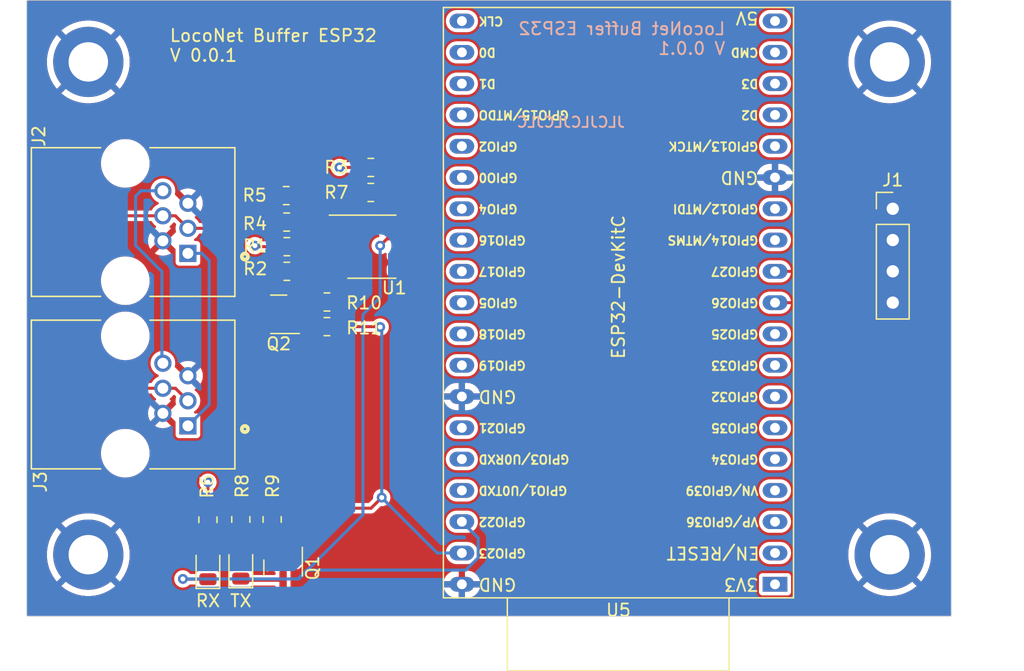
<source format=kicad_pcb>
(kicad_pcb (version 20221018) (generator pcbnew)
  (layers (0 "F.Cu" signal) (1 "In1.Cu" signal) (2 "In2.Cu" signal) (31 "B.Cu" signal) (34 "B.Paste" user) (35 "F.Paste" user) (36 "B.SilkS" user "B.Silkscreen") (37 "F.SilkS" user "F.Silkscreen") (38 "B.Mask" user) (39 "F.Mask" user) (44 "Edge.Cuts" user))
  (net 0 "")
  (net 1 "GND")
  (net 2 "+5V")
  (net 3 "+3.3V")
  (net 4 "Net-(J2-Pad1)")
  (net 5 "/LocoNet/loconet")
  (net 6 "Net-(J2-Pad6)")
  (net 7 "/LnRx")
  (net 8 "Net-(D1-A)")
  (net 9 "Net-(D2-K)")
  (net 10 "Net-(D2-A)")
  (net 11 "Net-(Q1-B)")
  (net 12 "Net-(Q2-B)")
  (net 13 "Net-(Q2-E)")
  (net 14 "Net-(U1--)")
  (net 15 "Net-(U1-+)")
  (net 16 "/LnTx")
  (net 48 "/SCL")
  (net 49 "/SDA")
  (footprint "LED_SMD:LED_0805_2012Metric" (layer "F.Cu") (at 44.704 116.055 90)
    (fp_text reference "D1" hide)
    (fp_text value "LED")
    (fp_line (start -1.685 -0.96) (end -1.685 0.96) (stroke (width 0.12)) (layer "F.SilkS"))
    (fp_line (start -1.685 0.96) (end 1 0.96) (stroke (width 0.12)) (layer "F.SilkS"))
    (fp_line (start 1 -0.96) (end -1.685 -0.96) (stroke (width 0.12)) (layer "F.SilkS"))
    (pad "1" smd roundrect (at -0.9375 0 90) (size 0.975 1.4) (layers "F.Cu" "F.Paste" "F.Mask") (net 7 "/LnRx"))
    (pad "2" smd roundrect (at 0.9375 0 90) (size 0.975 1.4) (layers "F.Cu" "F.Paste" "F.Mask") (net 8 "Net-(D1-A)"))
  )
  (footprint "LocoNetInterface:AMPHENOL_RJE0166001" (layer "F.Cu") (at 38 88 -90)
    (fp_text reference "J2" (at -6.974 7.012 -90) (layer "F.SilkS") (effects (font (size 1.000992 1.000992))))
    (fp_text value "RJ12")
    (fp_line (start -6.035 -8.89) (end 6.035 -8.89) (stroke (width 0.127)) (layer "F.SilkS"))
    (fp_line (start -6.035 -2) (end -6.035 -8.89) (stroke (width 0.127)) (layer "F.SilkS"))
    (fp_line (start -6.035 7.62) (end -6.035 2) (stroke (width 0.127)) (layer "F.SilkS"))
    (fp_line (start 6.035 -8.89) (end 6.035 -2) (stroke (width 0.127)) (layer "F.SilkS"))
    (fp_line (start 6.035 2) (end 6.035 7.62) (stroke (width 0.127)) (layer "F.SilkS"))
    (fp_line (start 6.035 7.62) (end -6.035 7.62) (stroke (width 0.127)) (layer "F.SilkS"))
    (fp_circle (center 2.8 -9.7) (end 2.9 -9.7) (stroke (width 0.3)) (fill none) (layer "F.SilkS"))
    (pad "" np_thru_hole circle (at -4.7625 0 270) (size 3.45 3.45) (drill 3.45) (layers "*.Cu" "*.Mask"))
    (pad "" np_thru_hole circle (at 4.7625 0 270) (size 3.45 3.45) (drill 3.45) (layers "*.Cu" "*.Mask"))
    (pad "1" thru_hole rect (at 2.54 -5.08 270) (size 1.398 1.398) (drill 0.89) (layers "*.Cu" "*.Mask") (net 4 "Net-(J2-Pad1)"))
    (pad "2" thru_hole circle (at 1.524 -3.05 270) (size 1.398 1.398) (drill 0.89) (layers "*.Cu" "*.Mask") (net 1 "GND"))
    (pad "3" thru_hole circle (at 0.508 -5.08 270) (size 1.398 1.398) (drill 0.89) (layers "*.Cu" "*.Mask") (net 5 "/LocoNet/loconet"))
    (pad "4" thru_hole circle (at -0.508 -3.048 270) (size 1.398 1.398) (drill 0.89) (layers "*.Cu" "*.Mask") (net 5 "/LocoNet/loconet"))
    (pad "5" thru_hole circle (at -1.524 -5.08 270) (size 1.398 1.398) (drill 0.89) (layers "*.Cu" "*.Mask") (net 1 "GND"))
    (pad "6" thru_hole circle (at -2.54 -3.05 270) (size 1.398 1.398) (drill 0.89) (layers "*.Cu" "*.Mask") (net 6 "Net-(J2-Pad6)"))
  )
  (footprint "LocoNetInterface:AMPHENOL_RJE0166001" (layer "F.Cu") (at 38 102 -90)
    (fp_text reference "J3" (at 7.093 6.885 -90) (layer "F.SilkS") (effects (font (size 1.000992 1.000992))))
    (fp_text value "RJ12")
    (fp_line (start -6.035 -8.89) (end 6.035 -8.89) (stroke (width 0.127)) (layer "F.SilkS"))
    (fp_line (start -6.035 -2) (end -6.035 -8.89) (stroke (width 0.127)) (layer "F.SilkS"))
    (fp_line (start -6.035 7.62) (end -6.035 2) (stroke (width 0.127)) (layer "F.SilkS"))
    (fp_line (start 6.035 -8.89) (end 6.035 -2) (stroke (width 0.127)) (layer "F.SilkS"))
    (fp_line (start 6.035 2) (end 6.035 7.62) (stroke (width 0.127)) (layer "F.SilkS"))
    (fp_line (start 6.035 7.62) (end -6.035 7.62) (stroke (width 0.127)) (layer "F.SilkS"))
    (fp_circle (center 2.8 -9.7) (end 2.9 -9.7) (stroke (width 0.3)) (fill none) (layer "F.SilkS"))
    (pad "" np_thru_hole circle (at -4.7625 0 270) (size 3.45 3.45) (drill 3.45) (layers "*.Cu" "*.Mask"))
    (pad "" np_thru_hole circle (at 4.7625 0 270) (size 3.45 3.45) (drill 3.45) (layers "*.Cu" "*.Mask"))
    (pad "1" thru_hole rect (at 2.54 -5.08 270) (size 1.398 1.398) (drill 0.89) (layers "*.Cu" "*.Mask") (net 4 "Net-(J2-Pad1)"))
    (pad "2" thru_hole circle (at 1.524 -3.05 270) (size 1.398 1.398) (drill 0.89) (layers "*.Cu" "*.Mask") (net 1 "GND"))
    (pad "3" thru_hole circle (at 0.508 -5.08 270) (size 1.398 1.398) (drill 0.89) (layers "*.Cu" "*.Mask") (net 5 "/LocoNet/loconet"))
    (pad "4" thru_hole circle (at -0.508 -3.048 270) (size 1.398 1.398) (drill 0.89) (layers "*.Cu" "*.Mask") (net 5 "/LocoNet/loconet"))
    (pad "5" thru_hole circle (at -1.524 -5.08 270) (size 1.398 1.398) (drill 0.89) (layers "*.Cu" "*.Mask") (net 1 "GND"))
    (pad "6" thru_hole circle (at -2.54 -3.05 270) (size 1.398 1.398) (drill 0.89) (layers "*.Cu" "*.Mask") (net 6 "Net-(J2-Pad6)"))
  )
  (footprint "Resistor_SMD:R_0805_2012Metric" (layer "F.Cu") (at 51.1048 89.9978)
    (fp_text reference "R1" (at -2.5735 -0.052) (layer "F.SilkS"))
    (fp_text value "10K (5%)")
    (fp_line (start -0.227064 -0.735) (end 0.227064 -0.735) (stroke (width 0.12)) (layer "F.SilkS"))
    (fp_line (start -0.227064 0.735) (end 0.227064 0.735) (stroke (width 0.12)) (layer "F.SilkS"))
    (pad "1" smd roundrect (at -0.9125 0) (size 1.025 1.4) (layers "F.Cu" "F.Paste" "F.Mask") (roundrect_rratio 0.243902) (net 3 "+3.3V"))
    (pad "2" smd roundrect (at 0.9125 0) (size 1.025 1.4) (layers "F.Cu" "F.Paste" "F.Mask") (roundrect_rratio 0.243902) (net 14 "Net-(U1--)"))
  )
  (footprint "Resistor_SMD:R_0805_2012Metric" (layer "F.Cu") (at 51.1048 91.9988 180)
    (fp_text reference "R2" (at 2.5635 0.2032) (layer "F.SilkS"))
    (fp_text value "22K")
    (fp_line (start -0.227064 -0.735) (end 0.227064 -0.735) (stroke (width 0.12)) (layer "F.SilkS"))
    (fp_line (start -0.227064 0.735) (end 0.227064 0.735) (stroke (width 0.12)) (layer "F.SilkS"))
    (pad "1" smd roundrect (at -0.9125 0 180) (size 1.025 1.4) (layers "F.Cu" "F.Paste" "F.Mask") (roundrect_rratio 0.243902) (net 14 "Net-(U1--)"))
    (pad "2" smd roundrect (at 0.9125 0 180) (size 1.025 1.4) (layers "F.Cu" "F.Paste" "F.Mask") (roundrect_rratio 0.243902) (net 1 "GND"))
  )
  (footprint "Resistor_SMD:R_0805_2012Metric" (layer "F.Cu") (at 57.912 83.566 180)
    (fp_text reference "R3" (at 2.794 0) (layer "F.SilkS"))
    (fp_text value "1K")
    (fp_line (start -0.227064 -0.735) (end 0.227064 -0.735) (stroke (width 0.12)) (layer "F.SilkS"))
    (fp_line (start -0.227064 0.735) (end 0.227064 0.735) (stroke (width 0.12)) (layer "F.SilkS"))
    (pad "1" smd roundrect (at -0.9125 0 180) (size 1.025 1.4) (layers "F.Cu" "F.Paste" "F.Mask") (roundrect_rratio 0.243902) (net 7 "/LnRx"))
    (pad "2" smd roundrect (at 0.9125 0 180) (size 1.025 1.4) (layers "F.Cu" "F.Paste" "F.Mask") (roundrect_rratio 0.243902) (net 3 "+3.3V"))
  )
  (footprint "Resistor_SMD:R_0805_2012Metric" (layer "F.Cu") (at 51.0875 88)
    (fp_text reference "R4" (at -2.5735 0.138) (layer "F.SilkS"))
    (fp_text value "47K")
    (fp_line (start -0.227064 -0.735) (end 0.227064 -0.735) (stroke (width 0.12)) (layer "F.SilkS"))
    (fp_line (start -0.227064 0.735) (end 0.227064 0.735) (stroke (width 0.12)) (layer "F.SilkS"))
    (pad "1" smd roundrect (at -0.9125 0) (size 1.025 1.4) (layers "F.Cu" "F.Paste" "F.Mask") (roundrect_rratio 0.243902) (net 5 "/LocoNet/loconet"))
    (pad "2" smd roundrect (at 0.9125 0) (size 1.025 1.4) (layers "F.Cu" "F.Paste" "F.Mask") (roundrect_rratio 0.243902) (net 15 "Net-(U1-+)"))
  )
  (footprint "Resistor_SMD:R_0805_2012Metric" (layer "F.Cu") (at 51.054 85.852 180)
    (fp_text reference "R5" (at 2.5654 0.0254) (layer "F.SilkS"))
    (fp_text value "150K")
    (fp_line (start -0.227064 -0.735) (end 0.227064 -0.735) (stroke (width 0.12)) (layer "F.SilkS"))
    (fp_line (start -0.227064 0.735) (end 0.227064 0.735) (stroke (width 0.12)) (layer "F.SilkS"))
    (pad "1" smd roundrect (at -0.9125 0 180) (size 1.025 1.4) (layers "F.Cu" "F.Paste" "F.Mask") (roundrect_rratio 0.243902) (net 15 "Net-(U1-+)"))
    (pad "2" smd roundrect (at 0.9125 0 180) (size 1.025 1.4) (layers "F.Cu" "F.Paste" "F.Mask") (roundrect_rratio 0.243902) (net 1 "GND"))
  )
  (footprint "Resistor_SMD:R_0805_2012Metric" (layer "F.Cu") (at 44.704 112.1665 90)
    (fp_text reference "R6" (at 2.7085 -0.072 90) (layer "F.SilkS"))
    (fp_text value "470")
    (fp_line (start -0.227064 -0.735) (end 0.227064 -0.735) (stroke (width 0.12)) (layer "F.SilkS"))
    (fp_line (start -0.227064 0.735) (end 0.227064 0.735) (stroke (width 0.12)) (layer "F.SilkS"))
    (pad "1" smd roundrect (at -0.9125 0 90) (size 1.025 1.4) (layers "F.Cu" "F.Paste" "F.Mask") (roundrect_rratio 0.243902) (net 8 "Net-(D1-A)"))
    (pad "2" smd roundrect (at 0.9125 0 90) (size 1.025 1.4) (layers "F.Cu" "F.Paste" "F.Mask") (roundrect_rratio 0.243902) (net 3 "+3.3V"))
  )
  (footprint "Resistor_SMD:R_0805_2012Metric" (layer "F.Cu") (at 57.9125 85.598 180)
    (fp_text reference "R7" (at 2.7945 0) (layer "F.SilkS"))
    (fp_text value "220K")
    (fp_line (start -0.227064 -0.735) (end 0.227064 -0.735) (stroke (width 0.12)) (layer "F.SilkS"))
    (fp_line (start -0.227064 0.735) (end 0.227064 0.735) (stroke (width 0.12)) (layer "F.SilkS"))
    (pad "1" smd roundrect (at -0.9125 0 180) (size 1.025 1.4) (layers "F.Cu" "F.Paste" "F.Mask") (roundrect_rratio 0.243902) (net 7 "/LnRx"))
    (pad "2" smd roundrect (at 0.9125 0 180) (size 1.025 1.4) (layers "F.Cu" "F.Paste" "F.Mask") (roundrect_rratio 0.243902) (net 15 "Net-(U1-+)"))
  )
  (footprint "Resistor_SMD:R_0805_2012Metric" (layer "F.Cu") (at 47.371 112.141 90)
    (fp_text reference "R8" (at 2.7085 0.102 90) (layer "F.SilkS"))
    (fp_text value "470")
    (fp_line (start -0.227064 -0.735) (end 0.227064 -0.735) (stroke (width 0.12)) (layer "F.SilkS"))
    (fp_line (start -0.227064 0.735) (end 0.227064 0.735) (stroke (width 0.12)) (layer "F.SilkS"))
    (pad "1" smd roundrect (at -0.9125 0 90) (size 1.025 1.4) (layers "F.Cu" "F.Paste" "F.Mask") (roundrect_rratio 0.243902) (net 10 "Net-(D2-A)"))
    (pad "2" smd roundrect (at 0.9125 0 90) (size 1.025 1.4) (layers "F.Cu" "F.Paste" "F.Mask") (roundrect_rratio 0.243902) (net 3 "+3.3V"))
  )
  (footprint "Resistor_SMD:R_0805_2012Metric" (layer "F.Cu") (at 49.911 112.141 -90)
    (fp_text reference "R9" (at -2.7085 -0.038 90) (layer "F.SilkS"))
    (fp_text value "4.7K")
    (fp_line (start -0.227064 -0.735) (end 0.227064 -0.735) (stroke (width 0.12)) (layer "F.SilkS"))
    (fp_line (start -0.227064 0.735) (end 0.227064 0.735) (stroke (width 0.12)) (layer "F.SilkS"))
    (pad "1" smd roundrect (at -0.9125 0 270) (size 1.025 1.4) (layers "F.Cu" "F.Paste" "F.Mask") (roundrect_rratio 0.243902) (net 16 "/LnTx"))
    (pad "2" smd roundrect (at 0.9125 0 270) (size 1.025 1.4) (layers "F.Cu" "F.Paste" "F.Mask") (roundrect_rratio 0.243902) (net 11 "Net-(Q1-B)"))
  )
  (footprint "Resistor_SMD:R_0805_2012Metric" (layer "F.Cu") (at 54.356 94.488 180)
    (fp_text reference "R10" (at -3.0155 -0.076) (layer "F.SilkS"))
    (fp_text value "47")
    (fp_line (start -0.227064 -0.735) (end 0.227064 -0.735) (stroke (width 0.12)) (layer "F.SilkS"))
    (fp_line (start -0.227064 0.735) (end 0.227064 0.735) (stroke (width 0.12)) (layer "F.SilkS"))
    (pad "1" smd roundrect (at -0.9125 0 180) (size 1.025 1.4) (layers "F.Cu" "F.Paste" "F.Mask") (roundrect_rratio 0.243902) (net 1 "GND"))
    (pad "2" smd roundrect (at 0.9125 0 180) (size 1.025 1.4) (layers "F.Cu" "F.Paste" "F.Mask") (roundrect_rratio 0.243902) (net 13 "Net-(Q2-E)"))
  )
  (footprint "Resistor_SMD:R_0805_2012Metric" (layer "F.Cu") (at 54.356 96.488 180)
    (fp_text reference "R11" (at -3.0155 -0.108) (layer "F.SilkS"))
    (fp_text value "4.7K")
    (fp_line (start -0.227064 -0.735) (end 0.227064 -0.735) (stroke (width 0.12)) (layer "F.SilkS"))
    (fp_line (start -0.227064 0.735) (end 0.227064 0.735) (stroke (width 0.12)) (layer "F.SilkS"))
    (pad "1" smd roundrect (at -0.9125 0 180) (size 1.025 1.4) (layers "F.Cu" "F.Paste" "F.Mask") (roundrect_rratio 0.243902) (net 16 "/LnTx"))
    (pad "2" smd roundrect (at 0.9125 0 180) (size 1.025 1.4) (layers "F.Cu" "F.Paste" "F.Mask") (roundrect_rratio 0.243902) (net 12 "Net-(Q2-B)"))
  )
  (footprint "Package_SO:SOIC-8_3.9x4.9mm_P1.27mm" (layer "F.Cu") (at 58 90)
    (fp_text reference "U1" (at 1.817 3.345) (layer "F.SilkS"))
    (fp_text value "LM311")
    (fp_line (start 0 -2.56) (end -3.45 -2.56) (stroke (width 0.12)) (layer "F.SilkS"))
    (fp_line (start 0 -2.56) (end 1.95 -2.56) (stroke (width 0.12)) (layer "F.SilkS"))
    (fp_line (start 0 2.56) (end -1.95 2.56) (stroke (width 0.12)) (layer "F.SilkS"))
    (fp_line (start 0 2.56) (end 1.95 2.56) (stroke (width 0.12)) (layer "F.SilkS"))
    (pad "1" smd roundrect (at -2.475 -1.905) (size 1.95 0.6) (layers "F.Cu" "F.Paste" "F.Mask") (net 1 "GND"))
    (pad "2" smd roundrect (at -2.475 -0.635) (size 1.95 0.6) (layers "F.Cu" "F.Paste" "F.Mask") (net 15 "Net-(U1-+)"))
    (pad "3" smd roundrect (at -2.475 0.635) (size 1.95 0.6) (layers "F.Cu" "F.Paste" "F.Mask") (net 14 "Net-(U1--)"))
    (pad "4" smd roundrect (at -2.475 1.905) (size 1.95 0.6) (layers "F.Cu" "F.Paste" "F.Mask") (net 1 "GND"))
    (pad "5" smd roundrect (at 2.475 1.905) (size 1.95 0.6) (layers "F.Cu" "F.Paste" "F.Mask"))
    (pad "6" smd roundrect (at 2.475 0.635) (size 1.95 0.6) (layers "F.Cu" "F.Paste" "F.Mask"))
    (pad "7" smd roundrect (at 2.475 -0.635) (size 1.95 0.6) (layers "F.Cu" "F.Paste" "F.Mask") (net 7 "/LnRx"))
    (pad "8" smd roundrect (at 2.475 -1.905) (size 1.95 0.6) (layers "F.Cu" "F.Paste" "F.Mask") (net 3 "+3.3V"))
  )
  (footprint "MountingHole:MountingHole_3.2mm_M3_ISO7380_Pad" (layer "F.Cu") (at 35 75)
    (fp_text reference "H1" hide)
    (fp_text value "MountingHole_Pad")
    (pad "1" thru_hole circle (at 0 0) (size 5.7 5.7) (drill 3.2) (layers "*.Cu" "*.Mask") (net 1 "GND"))
  )
  (footprint "MountingHole:MountingHole_3.2mm_M3_ISO7380_Pad" (layer "F.Cu") (at 35 115)
    (fp_text reference "H2" hide)
    (fp_text value "MountingHole_Pad")
    (pad "1" thru_hole circle (at 0 0) (size 5.7 5.7) (drill 3.2) (layers "*.Cu" "*.Mask") (net 1 "GND"))
  )
  (footprint "MountingHole:MountingHole_3.2mm_M3_ISO7380_Pad" (layer "F.Cu") (at 100 115)
    (fp_text reference "H3" hide)
    (fp_text value "MountingHole_Pad")
    (pad "1" thru_hole circle (at 0 0) (size 5.7 5.7) (drill 3.2) (layers "*.Cu" "*.Mask") (net 1 "GND"))
  )
  (footprint "MountingHole:MountingHole_3.2mm_M3_ISO7380_Pad" (layer "F.Cu") (at 100 75)
    (fp_text reference "H4" hide)
    (fp_text value "MountingHole_Pad")
    (pad "1" thru_hole circle (at 0 0) (size 5.7 5.7) (drill 3.2) (layers "*.Cu" "*.Mask") (net 1 "GND"))
  )
  (footprint "LED_SMD:LED_0805_2012Metric" (layer "F.Cu") (at 47.371 115.9995 90)
    (fp_text reference "D2" hide)
    (fp_text value "LED")
    (fp_line (start -1.685 -0.96) (end -1.685 0.96) (stroke (width 0.12)) (layer "F.SilkS"))
    (fp_line (start -1.685 0.96) (end 1 0.96) (stroke (width 0.12)) (layer "F.SilkS"))
    (fp_line (start 1 -0.96) (end -1.685 -0.96) (stroke (width 0.12)) (layer "F.SilkS"))
    (pad "1" smd roundrect (at -0.9375 0 90) (size 0.975 1.4) (layers "F.Cu" "F.Paste" "F.Mask") (net 9 "Net-(D2-K)"))
    (pad "2" smd roundrect (at 0.9375 0 90) (size 0.975 1.4) (layers "F.Cu" "F.Paste" "F.Mask") (net 10 "Net-(D2-A)"))
  )
  (footprint "Package_TO_SOT_SMD:SOT-23" (layer "F.Cu") (at 50.8 116.078 -90)
    (fp_text reference "Q1" (at 0 -2.4 -90) (layer "F.SilkS"))
    (fp_text value "SS8050")
    (fp_line (start 0 -1.56) (end -1.675 -1.56) (stroke (width 0.12)) (layer "F.SilkS"))
    (fp_line (start 0 -1.56) (end 0.65 -1.56) (stroke (width 0.12)) (layer "F.SilkS"))
    (fp_line (start 0 1.56) (end -0.65 1.56) (stroke (width 0.12)) (layer "F.SilkS"))
    (fp_line (start 0 1.56) (end 0.65 1.56) (stroke (width 0.12)) (layer "F.SilkS"))
    (pad "1" smd roundrect (at -0.9375 -0.95 270) (size 1.475 0.6) (layers "F.Cu" "F.Paste" "F.Mask") (net 11 "Net-(Q1-B)"))
    (pad "2" smd roundrect (at -0.9375 0.95 270) (size 1.475 0.6) (layers "F.Cu" "F.Paste" "F.Mask") (net 1 "GND"))
    (pad "3" smd roundrect (at 0.9375 0 270) (size 1.475 0.6) (layers "F.Cu" "F.Paste" "F.Mask") (net 9 "Net-(D2-K)"))
  )
  (footprint "Package_TO_SOT_SMD:SOT-23" (layer "F.Cu") (at 50.4435 95.488 180)
    (fp_text reference "Q2" (at 0 -2.4 180) (layer "F.SilkS"))
    (fp_text value "SS8050")
    (fp_line (start 0 -1.56) (end -1.675 -1.56) (stroke (width 0.12)) (layer "F.SilkS"))
    (fp_line (start 0 -1.56) (end 0.65 -1.56) (stroke (width 0.12)) (layer "F.SilkS"))
    (fp_line (start 0 1.56) (end -0.65 1.56) (stroke (width 0.12)) (layer "F.SilkS"))
    (fp_line (start 0 1.56) (end 0.65 1.56) (stroke (width 0.12)) (layer "F.SilkS"))
    (pad "1" smd roundrect (at -0.9375 -0.95 180) (size 1.475 0.6) (layers "F.Cu" "F.Paste" "F.Mask") (net 12 "Net-(Q2-B)"))
    (pad "2" smd roundrect (at -0.9375 0.95 180) (size 1.475 0.6) (layers "F.Cu" "F.Paste" "F.Mask") (net 13 "Net-(Q2-E)"))
    (pad "3" smd roundrect (at 0.9375 0 180) (size 1.475 0.6) (layers "F.Cu" "F.Paste" "F.Mask") (net 5 "/LocoNet/loconet"))
  )
  (footprint "Espressif:ESP32-DevKitC" (layer "F.Cu") (at 90.7 117.40344 180)
    (fp_text reference "U5" (at 12.7 -2.1) (layer "F.SilkS"))
    (fp_text value "ESP32-DevKitC" (at 12.7 24.13 90) (layer "F.SilkS"))
    (fp_text user "GPIO33" (at 1.27 17.78 180 unlocked) (layer "F.SilkS") (effects (font (size 0.7 0.7)) (justify left)))
    (fp_text user "GPIO22" (at 24.13 5.08 180 unlocked) (layer "F.SilkS") (effects (font (size 0.7 0.7)) (justify right)))
    (fp_text user "GND" (at 24.13 0 180 unlocked) (layer "F.SilkS") (effects (justify right)))
    (fp_text user "D0" (at 24.13 43.18 180 unlocked) (layer "F.SilkS") (effects (font (size 0.7 0.7)) (justify right)))
    (fp_text user "D2" (at 1.27 38.1 180 unlocked) (layer "F.SilkS") (effects (font (size 0.7 0.7)) (justify left)))
    (fp_text user "GPIO32" (at 1.27 15.24 180 unlocked) (layer "F.SilkS") (effects (font (size 0.7 0.7)) (justify left)))
    (fp_text user "GPIO17" (at 24.13 25.4 180 unlocked) (layer "F.SilkS") (effects (font (size 0.7 0.7)) (justify right)))
    (fp_text user "CLK" (at 24.13 45.72 180 unlocked) (layer "F.SilkS") (effects (font (size 0.7 0.7)) (justify right)))
    (fp_text user "GPIO13/MTCK" (at 1.27 35.56 180 unlocked) (layer "F.SilkS") (effects (font (size 0.7 0.7)) (justify left)))
    (fp_text user "GPIO5" (at 24.13 22.86 180 unlocked) (layer "F.SilkS") (effects (font (size 0.7 0.7)) (justify right)))
    (fp_text user "VN/GPIO39" (at 1.27 7.62 180 unlocked) (layer "F.SilkS") (effects (font (size 0.7 0.7)) (justify left)))
    (fp_text user "GPIO21" (at 24.13 12.7 180 unlocked) (layer "F.SilkS") (effects (font (size 0.7 0.7)) (justify right)))
    (fp_text user "GPIO2" (at 24.13 35.56 180 unlocked) (layer "F.SilkS") (effects (font (size 0.7 0.7)) (justify right)))
    (fp_text user "GPIO34" (at 1.27 10.16 180 unlocked) (layer "F.SilkS") (effects (font (size 0.7 0.7)) (justify left)))
    (fp_text user "GPIO12/MTDI" (at 1.27 30.48 180 unlocked) (layer "F.SilkS") (effects (font (size 0.7 0.7)) (justify left)))
    (fp_text user "GND" (at 24.13 15.24 180 unlocked) (layer "F.SilkS") (effects (justify right)))
    (fp_text user "GND" (at 1.27 33.02 180 unlocked) (layer "F.SilkS") (effects (justify left)))
    (fp_text user "5V" (at 1.26632 45.97128 180 unlocked) (layer "F.SilkS") (effects (justify left)))
    (fp_text user "GPIO23" (at 24.13 2.54 180 unlocked) (layer "F.SilkS") (effects (font (size 0.7 0.7)) (justify right)))
    (fp_text user "GPIO3/U0RXD" (at 24.13 10.16 180 unlocked) (layer "F.SilkS") (effects (font (size 0.7 0.7)) (justify right)))
    (fp_text user "GPIO35" (at 1.27 12.7 180 unlocked) (layer "F.SilkS") (effects (font (size 0.7 0.7)) (justify left)))
    (fp_text user "GPIO18" (at 24.13 20.32 180 unlocked) (layer "F.SilkS") (effects (font (size 0.7 0.7)) (justify right)))
    (fp_text user "GPIO4" (at 24.13 30.48 180 unlocked) (layer "F.SilkS") (effects (font (size 0.7 0.7)) (justify right)))
    (fp_text user "GPIO19" (at 24.13 17.78 180 unlocked) (layer "F.SilkS") (effects (font (size 0.7 0.7)) (justify right)))
    (fp_text user "GPIO16" (at 24.13 27.94 180 unlocked) (layer "F.SilkS") (effects (font (size 0.7 0.7)) (justify right)))
    (fp_text user "D3" (at 1.27 40.64 180 unlocked) (layer "F.SilkS") (effects (font (size 0.7 0.7)) (justify left)))
    (fp_text user "GPIO25" (at 1.27 20.32 180 unlocked) (layer "F.SilkS") (effects (font (size 0.7 0.7)) (justify left)))
    (fp_text user "GPIO26" (at 1.27 22.86 180 unlocked) (layer "F.SilkS") (effects (font (size 0.7 0.7)) (justify left)))
    (fp_text user "GPIO1/U0TXD" (at 24.13 7.62 180 unlocked) (layer "F.SilkS") (effects (font (size 0.7 0.7)) (justify right)))
    (fp_text user "CMD" (at 1.27 43.18 180 unlocked) (layer "F.SilkS") (effects (font (size 0.7 0.7)) (justify left)))
    (fp_text user "GPIO27" (at 1.27 25.4 180 unlocked) (layer "F.SilkS") (effects (font (size 0.7 0.7)) (justify left)))
    (fp_text user "GPIO14/MTMS" (at 1.27 27.94 180 unlocked) (layer "F.SilkS") (effects (font (size 0.7 0.7)) (justify left)))
    (fp_text user "GPIO0" (at 24.13 33.02 180 unlocked) (layer "F.SilkS") (effects (font (size 0.7 0.7)) (justify right)))
    (fp_text user "3V3" (at 1.27 0 180 unlocked) (layer "F.SilkS") (effects (justify left)))
    (fp_text user "D1" (at 24.13 40.64 180 unlocked) (layer "F.SilkS") (effects (font (size 0.7 0.7)) (justify right)))
    (fp_text user "EN/RESET" (at 8.88632 2.53728 180 unlocked) (layer "F.SilkS") (effects (justify right)))
    (fp_text user "VP/GPIO36" (at 1.27 5.08 180 unlocked) (layer "F.SilkS") (effects (font (size 0.7 0.7)) (justify left)))
    (fp_text user "GPIO15/MTDO" (at 24.13 38.1 180 unlocked) (layer "F.SilkS") (effects (font (size 0.7 0.7)) (justify right)))
    (fp_line (start -1.5 46.82) (end 26.899999 46.82) (stroke (width 0.12)) (layer "F.SilkS"))
    (fp_line (start -1.499999 -1.1) (end -1.5 46.82) (stroke (width 0.12)) (layer "F.SilkS"))
    (fp_line (start 3.73012 -7.01312) (end 21.71332 -7.01312) (stroke (width 0.12)) (layer "F.SilkS"))
    (fp_line (start 3.73012 -1.12032) (end 3.73012 -7.01312) (stroke (width 0.12)) (layer "F.SilkS"))
    (fp_line (start 21.71332 -7.01312) (end 21.71332 -1.12032) (stroke (width 0.12)) (layer "F.SilkS"))
    (fp_line (start 26.899999 46.82) (end 26.9 -1.1) (stroke (width 0.12)) (layer "F.SilkS"))
    (fp_line (start 26.9 -1.1) (end -1.499999 -1.1) (stroke (width 0.12)) (layer "F.SilkS"))
    (pad "1" thru_hole rect (at 0 0 90) (size 1.2 2) (drill 0.8) (layers "*.Cu" "*.Mask") (net 3 "+3.3V"))
    (pad "2" thru_hole oval (at 0 2.54 90) (size 1.2 2) (drill 0.8) (layers "*.Cu" "*.Mask"))
    (pad "3" thru_hole oval (at 0 5.08 90) (size 1.2 2) (drill 0.8) (layers "*.Cu" "*.Mask"))
    (pad "4" thru_hole oval (at 0 7.62 90) (size 1.2 2) (drill 0.8) (layers "*.Cu" "*.Mask"))
    (pad "5" thru_hole oval (at 0 10.16 90) (size 1.2 2) (drill 0.8) (layers "*.Cu" "*.Mask"))
    (pad "6" thru_hole oval (at 0 12.7 90) (size 1.2 2) (drill 0.8) (layers "*.Cu" "*.Mask"))
    (pad "7" thru_hole oval (at 0 15.24 90) (size 1.2 2) (drill 0.8) (layers "*.Cu" "*.Mask"))
    (pad "8" thru_hole oval (at 0 17.78 90) (size 1.2 2) (drill 0.8) (layers "*.Cu" "*.Mask"))
    (pad "9" thru_hole oval (at 0 20.32 90) (size 1.2 2) (drill 0.8) (layers "*.Cu" "*.Mask"))
    (pad "10" thru_hole oval (at 0 22.86 90) (size 1.2 2) (drill 0.8) (layers "*.Cu" "*.Mask") (net 49 "/SDA"))
    (pad "11" thru_hole oval (at 0 25.4 90) (size 1.2 2) (drill 0.8) (layers "*.Cu" "*.Mask") (net 48 "/SCL"))
    (pad "12" thru_hole oval (at 0 27.94 90) (size 1.2 2) (drill 0.8) (layers "*.Cu" "*.Mask"))
    (pad "13" thru_hole oval (at 0 30.48 90) (size 1.2 2) (drill 0.8) (layers "*.Cu" "*.Mask"))
    (pad "14" thru_hole oval (at 0 33.02 90) (size 1.2 2) (drill 0.8) (layers "*.Cu" "*.Mask") (net 1 "GND"))
    (pad "15" thru_hole oval (at 0 35.56 90) (size 1.2 2) (drill 0.8) (layers "*.Cu" "*.Mask"))
    (pad "16" thru_hole oval (at 0 38.1 90) (size 1.2 2) (drill 0.8) (layers "*.Cu" "*.Mask"))
    (pad "17" thru_hole oval (at 0 40.64 90) (size 1.2 2) (drill 0.8) (layers "*.Cu" "*.Mask"))
    (pad "18" thru_hole oval (at 0 43.18 90) (size 1.2 2) (drill 0.8) (layers "*.Cu" "*.Mask"))
    (pad "19" thru_hole oval (at 0 45.72 90) (size 1.2 2) (drill 0.8) (layers "*.Cu" "*.Mask") (net 2 "+5V"))
    (pad "20" thru_hole oval (at 25.39632 45.71728 90) (size 1.2 2) (drill 0.8) (layers "*.Cu" "*.Mask"))
    (pad "21" thru_hole oval (at 25.39632 43.17728 90) (size 1.2 2) (drill 0.8) (layers "*.Cu" "*.Mask"))
    (pad "22" thru_hole oval (at 25.4 40.64 90) (size 1.2 2) (drill 0.8) (layers "*.Cu" "*.Mask"))
    (pad "23" thru_hole oval (at 25.4 38.1 90) (size 1.2 2) (drill 0.8) (layers "*.Cu" "*.Mask"))
    (pad "24" thru_hole oval (at 25.4 35.56 90) (size 1.2 2) (drill 0.8) (layers "*.Cu" "*.Mask"))
    (pad "25" thru_hole oval (at 25.4 33.02 90) (size 1.2 2) (drill 0.8) (layers "*.Cu" "*.Mask"))
    (pad "26" thru_hole oval (at 25.4 30.48 90) (size 1.2 2) (drill 0.8) (layers "*.Cu" "*.Mask"))
    (pad "27" thru_hole oval (at 25.4 27.94 90) (size 1.2 2) (drill 0.8) (layers "*.Cu" "*.Mask"))
    (pad "28" thru_hole oval (at 25.4 25.4 90) (size 1.2 2) (drill 0.8) (layers "*.Cu" "*.Mask"))
    (pad "29" thru_hole oval (at 25.4 22.86 90) (size 1.2 2) (drill 0.8) (layers "*.Cu" "*.Mask"))
    (pad "30" thru_hole oval (at 25.4 20.32 90) (size 1.2 2) (drill 0.8) (layers "*.Cu" "*.Mask"))
    (pad "31" thru_hole oval (at 25.4 17.78 90) (size 1.2 2) (drill 0.8) (layers "*.Cu" "*.Mask"))
    (pad "32" thru_hole oval (at 25.4 15.24 90) (size 1.2 2) (drill 0.8) (layers "*.Cu" "*.Mask") (net 1 "GND"))
    (pad "33" thru_hole oval (at 25.4 12.7 90) (size 1.2 2) (drill 0.8) (layers "*.Cu" "*.Mask"))
    (pad "34" thru_hole oval (at 25.4 10.16 90) (size 1.2 2) (drill 0.8) (layers "*.Cu" "*.Mask"))
    (pad "35" thru_hole oval (at 25.4 7.62 90) (size 1.2 2) (drill 0.8) (layers "*.Cu" "*.Mask"))
    (pad "36" thru_hole oval (at 25.4 5.08 90) (size 1.2 2) (drill 0.8) (layers "*.Cu" "*.Mask") (net 7 "/LnRx"))
    (pad "37" thru_hole oval (at 25.4 2.54 90) (size 1.2 2) (drill 0.8) (layers "*.Cu" "*.Mask") (net 16 "/LnTx"))
    (pad "38" thru_hole oval (at 25.4 0 90) (size 1.2 2) (drill 0.8) (layers "*.Cu" "*.Mask") (net 1 "GND"))
  )
  (footprint "Connector_PinHeader_2.54mm:PinHeader_1x04_P2.54mm_Vertical" (layer "F.Cu") (at 100.25 86.92)
    (fp_text reference "J1" (at 0 -2.33) (layer "F.SilkS"))
    (fp_text value "Conn_01x04")
    (fp_line (start -1.33 -1.33) (end 0 -1.33) (stroke (width 0.12)) (layer "F.SilkS"))
    (fp_line (start -1.33 0) (end -1.33 -1.33) (stroke (width 0.12)) (layer "F.SilkS"))
    (fp_line (start -1.33 1.27) (end -1.33 8.95) (stroke (width 0.12)) (layer "F.SilkS"))
    (fp_line (start -1.33 1.27) (end 1.33 1.27) (stroke (width 0.12)) (layer "F.SilkS"))
    (fp_line (start -1.33 8.95) (end 1.33 8.95) (stroke (width 0.12)) (layer "F.SilkS"))
    (fp_line (start 1.33 1.27) (end 1.33 8.95) (stroke (width 0.12)) (layer "F.SilkS"))
    (pad "1" thru_hole rect (at 0 0) (size 1.7 1.7) (drill 1) (layers "*.Cu" "*.Mask") (net 1 "GND"))
    (pad "2" thru_hole oval (at 0 2.54) (size 1.7 1.7) (drill 1) (layers "*.Cu" "*.Mask") (net 3 "+3.3V"))
    (pad "3" thru_hole oval (at 0 5.08) (size 1.7 1.7) (drill 1) (layers "*.Cu" "*.Mask") (net 48 "/SCL"))
    (pad "4" thru_hole oval (at 0 7.62) (size 1.7 1.7) (drill 1) (layers "*.Cu" "*.Mask") (net 49 "/SDA"))
  )
  (gr_line (start 30 70) (end 30 120) (stroke (width 0.05)) (layer "Edge.Cuts"))
  (gr_line (start 105 120) (end 105 70) (stroke (width 0.05)) (layer "Edge.Cuts"))
  (gr_line (start 30 120) (end 105 120) (stroke (width 0.05)) (layer "Edge.Cuts"))
  (gr_line (start 105 70) (end 30 70) (stroke (width 0.05)) (layer "Edge.Cuts"))
  (gr_text "LocoNet Buffer ESP32\nV 0.0.1" (at 86.75 74.5) (layer "B.SilkS") (effects (font (size 1 1)) (justify left bottom mirror)))
  (gr_text "JLCJLCJLCJLC" (at 78.613 80.391) (layer "B.SilkS") (effects (font (size 0.85 0.85)) (justify left bottom mirror)))
  (gr_text "RX" (at 44.704 118.745) (layer "F.SilkS") (effects (font (size 1 1))))
  (gr_text "LocoNet Buffer ESP32\nV 0.0.1" (at 41.529 75.057) (layer "F.SilkS") (effects (font (size 1 1)) (justify left bottom)))
  (gr_text "TX" (at 47.371 118.745) (layer "F.SilkS") (effects (font (size 1 1))))
  (segment (start 44.704 111.254) (end 47.3455 111.254) (width 0.25) (layer "F.Cu") (net 3))
  (segment (start 50.1434 89.9978) (end 48.509 89.9978) (width 0.25) (layer "F.Cu") (net 3))
  (segment (start 56.9995 83.566) (end 55.372 83.566) (width 0.25) (layer "F.Cu") (net 3))
  (segment (start 44.704 111.1175) (end 44.704 109.1175) (width 0.25) (layer "F.Cu") (net 3))
  (segment (start 62.3746 88.095) (end 60.475 88.095) (width 0.25) (layer "F.Cu") (net 3))
  (segment (start 48.509 89.9978) (end 48.4824 89.9712) (width 0.25) (layer "F.Cu") (net 3))
  (via (at 48.514 89.916) (size 0.8) (drill 0.4) (layers "F.Cu" "B.Cu") (net 3))
  (via (at 44.704 109.1175) (size 0.8) (drill 0.4) (layers "F.Cu" "B.Cu") (net 3))
  (via (at 55.372 83.566) (size 0.8) (drill 0.4) (layers "F.Cu" "B.Cu") (net 3))
  (segment (start 44.2104 90.54) (end 44.8056 91.1352) (width 0.25) (layer "B.Cu") (net 4))
  (segment (start 44.8056 102.8144) (end 43.08 104.54) (width 0.25) (layer "B.Cu") (net 4))
  (segment (start 44.8056 91.1352) (end 44.8056 102.8144) (width 0.25) (layer "B.Cu") (net 4))
  (segment (start 43.08 90.54) (end 44.2104 90.54) (width 0.25) (layer "B.Cu") (net 4))
  (segment (start 41.048 101.492) (end 42.064 101.492) (width 0.25) (layer "F.Cu") (net 5))
  (segment (start 47.26 95.488) (end 49.4435 95.488) (width 0.25) (layer "F.Cu") (net 5))
  (segment (start 46.492 88.508) (end 47 88) (width 0.25) (layer "F.Cu") (net 5))
  (segment (start 34.6329 100.0379) (end 36.087 101.492) (width 0.25) (layer "F.Cu") (net 5))
  (segment (start 45.72 88.508) (end 46.228 89.016) (width 0.25) (layer "F.Cu") (net 5))
  (segment (start 41.048 87.492) (end 42.064 87.492) (width 0.25) (layer "F.Cu") (net 5))
  (segment (start 42.064 101.492) (end 43.08 102.508) (width 0.25) (layer "F.Cu") (net 5))
  (segment (start 46.228 89.016) (end 46.228 94.488) (width 0.25) (layer "F.Cu") (net 5))
  (segment (start 41.048 87.492) (end 36.968 87.492) (width 0.25) (layer "F.Cu") (net 5))
  (segment (start 36.968 87.492) (end 34.6329 89.8271) (width 0.25) (layer "F.Cu") (net 5))
  (segment (start 46.228 94.488) (end 47.244 95.504) (width 0.25) (layer "F.Cu") (net 5))
  (segment (start 47.244 95.504) (end 47.26 95.488) (width 0.25) (layer "F.Cu") (net 5))
  (segment (start 34.6329 89.8271) (end 34.6329 100.0379) (width 0.25) (layer "F.Cu") (net 5))
  (segment (start 36.087 101.492) (end 41.048 101.492) (width 0.25) (layer "F.Cu") (net 5))
  (segment (start 42.064 87.492) (end 43.08 88.508) (width 0.25) (layer "F.Cu") (net 5))
  (segment (start 45.72 88.508) (end 46.492 88.508) (width 0.25) (layer "F.Cu") (net 5))
  (segment (start 43.08 88.508) (end 45.72 88.508) (width 0.25) (layer "F.Cu") (net 5))
  (segment (start 47 88) (end 50.175 88) (width 0.25) (layer "F.Cu") (net 5))
  (segment (start 40.9702 92.0242) (end 40.9702 99.3802) (width 0.25) (layer "B.Cu") (net 6))
  (segment (start 38.8366 85.9028) (end 38.8366 89.8906) (width 0.25) (layer "B.Cu") (net 6))
  (segment (start 39.2794 85.46) (end 38.8366 85.9028) (width 0.25) (layer "B.Cu") (net 6))
  (segment (start 41.05 85.46) (end 39.2794 85.46) (width 0.25) (layer "B.Cu") (net 6))
  (segment (start 38.8366 89.8906) (end 40.9702 92.0242) (width 0.25) (layer "B.Cu") (net 6))
  (segment (start 59.5 89.365) (end 60.475 89.365) (width 0.25) (layer "F.Cu") (net 7))
  (segment (start 60.475 89.365) (end 59.225 89.365) (width 0.25) (layer "F.Cu") (net 7))
  (segment (start 59.225 89.365) (end 58.674 89.916) (width 0.25) (layer "F.Cu") (net 7))
  (segment (start 58.825 88.69) (end 58.825 85.598) (width 0.25) (layer "F.Cu") (net 7))
  (segment (start 44.704 116.9925) (end 42.6975 116.9925) (width 0.25) (layer "F.Cu") (net 7))
  (segment (start 42.6975 116.9925) (end 42.672 116.967) (width 0.25) (layer "F.Cu") (net 7))
  (segment (start 58.825 88.69) (end 59.5 89.365) (width 0.25) (layer "F.Cu") (net 7))
  (segment (start 58.8245 83.566) (end 58.8245 85.5975) (width 0.25) (layer "F.Cu") (net 7))
  (via (at 58.674 89.916) (size 0.8) (drill 0.4) (layers "F.Cu" "B.Cu") (net 7))
  (via (at 42.672 116.967) (size 0.8) (drill 0.4) (layers "F.Cu" "B.Cu") (net 7))
  (segment (start 52.717 116.25) (end 52 116.967) (width 0.25) (layer "B.Cu") (net 7))
  (segment (start 66.625 115.246588) (end 65.621588 116.25) (width 0.25) (layer "B.Cu") (net 7))
  (segment (start 58.674 94.107) (end 58.674 89.916) (width 0.25) (layer "B.Cu") (net 7))
  (segment (start 52 116.967) (end 52.07 116.967) (width 0.25) (layer "B.Cu") (net 7))
  (segment (start 57.277 111.76) (end 57.277 95.504) (width 0.25) (layer "B.Cu") (net 7))
  (segment (start 65.621588 116.25) (end 52.717 116.25) (width 0.25) (layer "B.Cu") (net 7))
  (segment (start 65.3 112.32344) (end 66.625 113.64844) (width 0.25) (layer "B.Cu") (net 7))
  (segment (start 66.625 113.64844) (end 66.625 115.246588) (width 0.25) (layer "B.Cu") (net 7))
  (segment (start 42.672 116.967) (end 52 116.967) (width 0.25) (layer "B.Cu") (net 7))
  (segment (start 57.277 95.504) (end 58.674 94.107) (width 0.25) (layer "B.Cu") (net 7))
  (segment (start 52.07 116.967) (end 57.277 111.76) (width 0.25) (layer "B.Cu") (net 7))
  (segment (start 44.704 112.9425) (end 44.704 115.1175) (width 0.25) (layer "F.Cu") (net 8))
  (segment (start 47.512 117.078) (end 50.8 117.078) (width 0.25) (layer "F.Cu") (net 9))
  (segment (start 47.371 112.887) (end 47.371 115.062) (width 0.25) (layer "F.Cu") (net 10))
  (segment (start 51.75 113.599) (end 51.2045 113.0535) (width 0.25) (layer "F.Cu") (net 11))
  (segment (start 51.75 115.078) (end 51.75 113.599) (width 0.25) (layer "F.Cu") (net 11))
  (segment (start 51.2045 113.0535) (end 49.911 113.0535) (width 0.25) (layer "F.Cu") (net 11))
  (segment (start 51.4435 96.438) (end 53.3935 96.438) (width 0.25) (layer "F.Cu") (net 12))
  (segment (start 53.4435 94.488) (end 51.4935 94.488) (width 0.25) (layer "F.Cu") (net 13))
  (segment (start 51.9684 89.9978) (end 51.9684 92.171) (width 0.25) (layer "F.Cu") (net 14))
  (segment (start 53.805 90.635) (end 53.1678 89.9978) (width 0.25) (layer "F.Cu") (net 14))
  (segment (start 53.1678 89.9978) (end 52.0173 89.9978) (width 0.25) (layer "F.Cu") (net 14))
  (segment (start 55.525 90.635) (end 53.805 90.635) (width 0.25) (layer "F.Cu") (net 14))
  (segment (start 53 88) (end 54.365 89.365) (width 0.25) (layer "F.Cu") (net 15))
  (segment (start 57 89.05) (end 57 85.598) (width 0.25) (layer "F.Cu") (net 15))
  (segment (start 51.9665 85.852) (end 51.9665 87.9665) (width 0.25) (layer "F.Cu") (net 15))
  (segment (start 55.525 89.365) (end 56.685 89.365) (width 0.25) (layer "F.Cu") (net 15))
  (segment (start 52 88) (end 53 88) (width 0.25) (layer "F.Cu") (net 15))
  (segment (start 54.365 89.365) (end 55.525 89.365) (width 0.25) (layer "F.Cu") (net 15))
  (segment (start 56.685 89.365) (end 57 89.05) (width 0.25) (layer "F.Cu") (net 15))
  (segment (start 49.911 111.2285) (end 57.9355 111.2285) (width 0.25) (layer "F.Cu") (net 16))
  (segment (start 58.642 96.488) (end 58.674 96.52) (width 0.25) (layer "F.Cu") (net 16))
  (segment (start 57.9355 111.2285) (end 58.801 110.363) (width 0.25) (layer "F.Cu") (net 16))
  (segment (start 55.2685 96.488) (end 58.642 96.488) (width 0.25) (layer "F.Cu") (net 16))
  (via (at 58.801 110.363) (size 0.8) (drill 0.4) (layers "F.Cu" "B.Cu") (net 16))
  (via (at 58.674 96.52) (size 0.8) (drill 0.4) (layers "F.Cu" "B.Cu") (net 16))
  (segment (start 58.801 110.363) (end 58.801 96.647) (width 0.25) (layer "B.Cu") (net 16))
  (segment (start 58.801 96.647) (end 58.674 96.52) (width 0.25) (layer "B.Cu") (net 16))
  (segment (start 63.30144 114.86344) (end 58.801 110.363) (width 0.25) (layer "B.Cu") (net 16))
  (segment (start 65.3 114.86344) (end 63.30144 114.86344) (width 0.25) (layer "B.Cu") (net 16))
  (segment (start 100.25 92) (end 90.70344 92) (width 0.25) (layer "F.Cu") (net 48))
  (segment (start 90.70344 92) (end 90.7 92.00344) (width 0.25) (layer "F.Cu") (net 48))
  (segment (start 100.24656 94.54344) (end 100.25 94.54) (width 0.25) (layer "F.Cu") (net 49))
  (segment (start 90.7 94.54344) (end 100.24656 94.54344) (width 0.25) (layer "F.Cu") (net 49))
  (zone (net 1) (net_name "GND") (layer "F.Cu") (connect_pads (clearance 0.3)) (min_thickness 0.2) (fill yes (thermal_gap 0.508) (thermal_bridge_width 0.508))
    (polygon (pts (xy 105 120) (xy 30 120) (xy 30 70) (xy 105 70)))
  )
  (zone (net 1) (net_name "GND") (layer "B.Cu") (connect_pads (clearance 0.508)) (min_thickness 0.254) (fill yes (thermal_gap 0.508) (thermal_bridge_width 0.508))
    (polygon (pts (xy 105 120) (xy 30 120) (xy 30 70) (xy 105 70)))
  )
)
</source>
